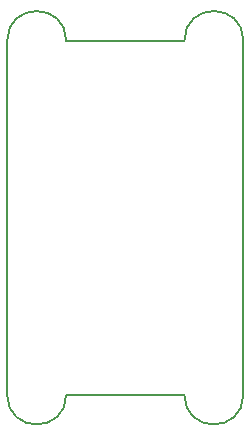
<source format=gbr>
%TF.GenerationSoftware,KiCad,Pcbnew,8.0.0*%
%TF.CreationDate,2024-05-26T00:16:25+03:00*%
%TF.ProjectId,pulsejen,70756c73-656a-4656-9e2e-6b696361645f,rev?*%
%TF.SameCoordinates,Original*%
%TF.FileFunction,Profile,NP*%
%FSLAX46Y46*%
G04 Gerber Fmt 4.6, Leading zero omitted, Abs format (unit mm)*
G04 Created by KiCad (PCBNEW 8.0.0) date 2024-05-26 00:16:25*
%MOMM*%
%LPD*%
G01*
G04 APERTURE LIST*
%TA.AperFunction,Profile*%
%ADD10C,0.200000*%
%TD*%
G04 APERTURE END LIST*
D10*
X135000000Y-110000000D02*
G75*
G02*
X130000000Y-110000000I-2500000J0D01*
G01*
X150000000Y-110000000D02*
G75*
G02*
X145000000Y-110000000I-2500000J0D01*
G01*
X145000000Y-80000000D02*
G75*
G02*
X150000000Y-80000000I2500000J0D01*
G01*
X130000000Y-80000000D02*
G75*
G02*
X135000000Y-80000000I2500000J0D01*
G01*
X150000000Y-110000000D02*
X150000000Y-80000000D01*
X130000000Y-80000000D02*
X130000000Y-110000000D01*
X145000000Y-80000000D02*
X135000000Y-80000000D01*
X135000000Y-110000000D02*
X145000000Y-110000000D01*
M02*

</source>
